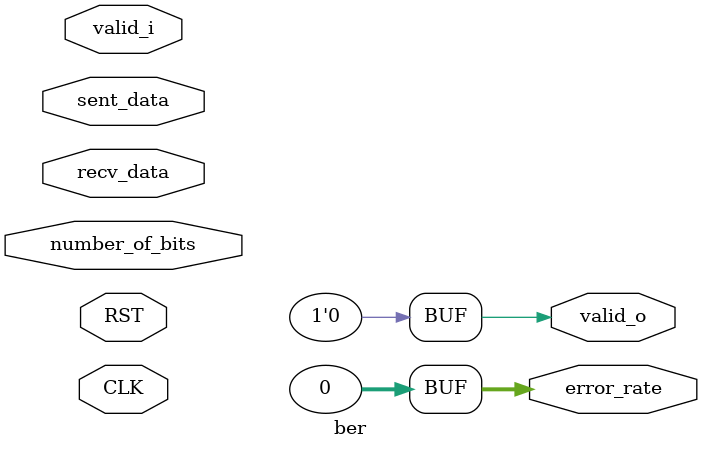
<source format=v>

module ber
  (
   input         CLK,
   input         RST,

   input         valid_i,
   input [7:0]   sent_data,
   input [7:0]   recv_data,
   input [3:0]   number_of_bits,

   output        valid_o, 
   output [31:0] error_rate
   );
   
   assign valid_o = 1'b0;
   assign error_rate = 32'h0;

endmodule

</source>
